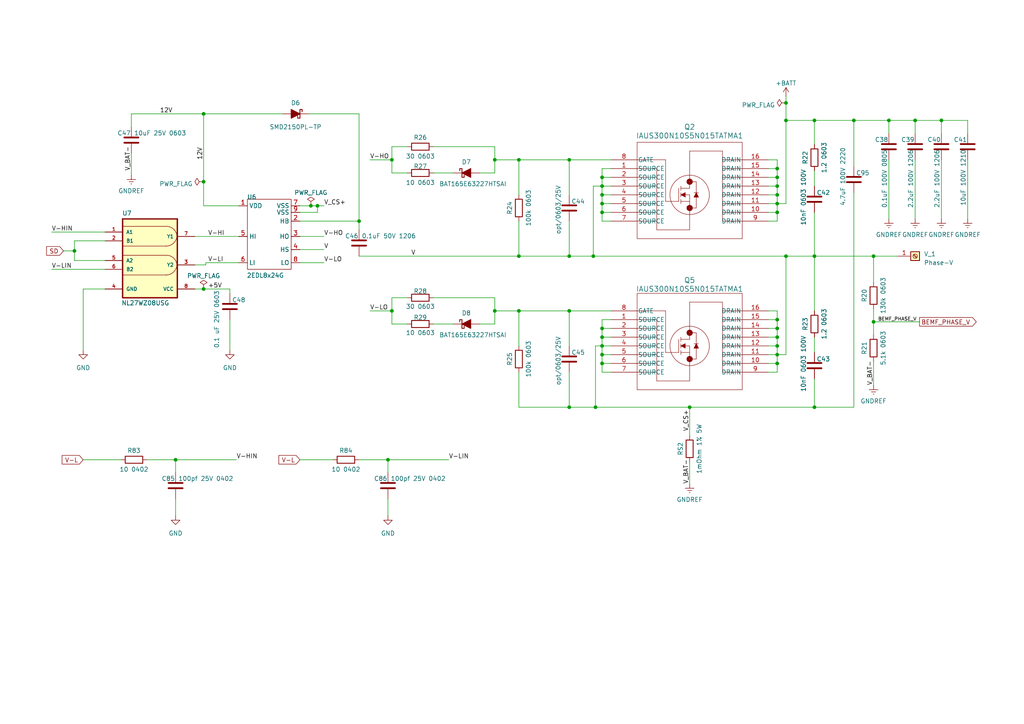
<source format=kicad_sch>
(kicad_sch (version 20231120) (generator "eeschema") (generator_version "8.0")
  (paper "A4")
  (lib_symbols
    (symbol "2EDL8124G:2EDL8124G"
      (property "Reference" "U3" (at -5.08 11.43 0))
      (property "Value" "2EDL8x24G" (at -1.143 -10.668 0))
      (symbol "2EDL8124G_0_1"
        (rectangle (start -6.35 10.795) (end 6.35 -9.525))
      )
      (symbol "2EDL8124G_1_1"
        (pin power_in line (at -8.89 8.89 0) (length 2.54) (name "VDD") (number "1"))
        (pin output line (at 8.89 4.445 180) (length 2.54) (name "HB") (number "2"))
        (pin output line (at 8.89 0 180) (length 2.54) (name "HO") (number "3"))
        (pin output line (at 8.89 -3.81 180) (length 2.54) (name "HS") (number "4"))
        (pin input line (at -8.89 0 0) (length 2.54) (name "HI") (number "5"))
        (pin input line (at -8.89 -7.62 0) (length 2.54) (name "LI") (number "6"))
        (pin power_in line (at 8.89 8.89 180) (length 2.54) (name "VSS") (number "7"))
        (pin output line (at 8.89 -7.62 180) (length 2.54) (name "LO") (number "8"))
        (pin power_in line (at 8.89 6.985 180) (length 2.54) (name "VSS") (number "9"))
      )
    )
    (symbol "Connector:Screw_Terminal_01x01" (pin_names (offset 1.016) hide)
      (property "Reference" "J" (at 0 2.54 0))
      (property "Value" "Screw_Terminal_01x01" (at 0 -2.54 0))
      (symbol "Screw_Terminal_01x01_1_1"
        (rectangle (start -1.27 1.27) (end 1.27 -1.27) (stroke (width 0.254)) (fill (type background)))
        (polyline (pts (xy -0.5334 0.3302) (xy 0.3302 -0.508)) (stroke (width 0.1524)))
        (polyline (pts (xy -0.3556 0.508) (xy 0.508 -0.3302)) (stroke (width 0.1524)))
        (circle (center 0 0) (radius 0.635) (stroke (width 0.1524)))
        (pin passive line (at -5.08 0 0) (length 3.81) (name "Pin_1") (number "1"))
      )
    )
    (symbol "Device:C" (pin_numbers hide) (pin_names (offset 0.254))
      (property "Reference" "C" (at 0.635 2.54 0))
      (property "Value" "C" (at 0.635 -2.54 0))
      (symbol "C_0_1"
        (polyline (pts (xy -2.032 -0.762) (xy 2.032 -0.762)) (stroke (width 0.508)))
        (polyline (pts (xy -2.032 0.762) (xy 2.032 0.762)) (stroke (width 0.508)))
      )
      (symbol "C_1_1"
        (pin passive line (at 0 3.81 270) (length 2.794) (name "~") (number "1"))
        (pin passive line (at 0 -3.81 90) (length 2.794) (name "~") (number "2"))
      )
    )
    (symbol "Device:D_Schottky_Filled" (pin_numbers hide) (pin_names (offset 1.016) hide)
      (property "Reference" "D" (at 0 2.54 0))
      (property "Value" "D_Schottky_Filled" (at 0 -2.54 0))
      (symbol "D_Schottky_Filled_0_1"
        (polyline (pts (xy 1.27 0) (xy -1.27 0)))
        (polyline (pts (xy 1.27 1.27) (xy 1.27 -1.27) (xy -1.27 0) (xy 1.27 1.27)) (stroke (width 0.254)) (fill (type outline)))
        (polyline (pts (xy -1.905 0.635) (xy -1.905 1.27) (xy -1.27 1.27) (xy -1.27 -1.27) (xy -0.635 -1.27) (xy -0.635 -0.635)) (stroke (width 0.254)))
      )
      (symbol "D_Schottky_Filled_1_1"
        (pin passive line (at -3.81 0 0) (length 2.54) (name "K") (number "1"))
        (pin passive line (at 3.81 0 180) (length 2.54) (name "A") (number "2"))
      )
    )
    (symbol "Device:R" (pin_numbers hide) (pin_names (offset 0))
      (property "Reference" "R" (at 2.032 0 90))
      (property "Value" "R" (at 0 0 90))
      (symbol "R_0_1"
        (rectangle (start -1.016 -2.54) (end 1.016 2.54) (stroke (width 0.254)))
      )
      (symbol "R_1_1"
        (pin passive line (at 0 3.81 270) (length 1.27) (name "~") (number "1"))
        (pin passive line (at 0 -3.81 90) (length 1.27) (name "~") (number "2"))
      )
    )
    (symbol "IAUS300N10S5N015T:IAUS300N10S5N015TATMA1" (pin_names (offset 0.254))
      (property "Reference" "Q1" (at 22.86 12.065 0))
      (property "Value" "IAUS300N10S5N015TATMA1" (at 22.86 9.525 0))
      (symbol "IAUS300N10S5N015TATMA1_0_1"
        (polyline (pts (xy 7.62 -20.32) (xy 38.1 -20.32)) (stroke (width 0.127)))
        (polyline (pts (xy 7.62 -12.7) (xy 13.335 -12.7)) (stroke (width 0.127)))
        (polyline (pts (xy 7.62 -10.16) (xy 13.335 -10.16)) (stroke (width 0.127)))
        (polyline (pts (xy 7.62 -7.62) (xy 13.335 -7.62)) (stroke (width 0.127)))
        (polyline (pts (xy 7.62 -5.08) (xy 13.335 -5.08)) (stroke (width 0.127)))
        (polyline (pts (xy 7.62 -2.54) (xy 13.335 -2.54)) (stroke (width 0.127)))
        (polyline (pts (xy 7.62 0) (xy 13.335 0)) (stroke (width 0.127)))
        (polyline (pts (xy 7.62 2.54) (xy 15.875 2.54)) (stroke (width 0.127)))
        (polyline (pts (xy 7.62 7.62) (xy 7.62 -20.32)) (stroke (width 0.127)))
        (polyline (pts (xy 13.335 -17.78) (xy 22.86 -17.78)) (stroke (width 0.127)))
        (polyline (pts (xy 13.335 -15.24) (xy 7.62 -15.24)) (stroke (width 0.127)))
        (polyline (pts (xy 13.335 0) (xy 13.335 -17.78)) (stroke (width 0.127)))
        (polyline (pts (xy 15.875 -9.525) (xy 15.875 2.54)) (stroke (width 0.127)))
        (polyline (pts (xy 19.685 -9.525) (xy 15.875 -9.525)) (stroke (width 0.127)))
        (polyline (pts (xy 19.685 -5.715) (xy 19.685 -9.525)) (stroke (width 0.127)))
        (polyline (pts (xy 20.32 -9.525) (xy 22.86 -9.525)) (stroke (width 0.127)))
        (polyline (pts (xy 20.32 -8.89) (xy 20.32 -10.16)) (stroke (width 0.127)))
        (polyline (pts (xy 20.32 -7.62) (xy 21.59 -8.255)) (stroke (width 0.127)))
        (polyline (pts (xy 20.32 -7.62) (xy 21.59 -6.985)) (stroke (width 0.127)))
        (polyline (pts (xy 20.32 -6.985) (xy 20.32 -8.255)) (stroke (width 0.127)))
        (polyline (pts (xy 20.32 -6.35) (xy 20.32 -5.08)) (stroke (width 0.127)))
        (polyline (pts (xy 20.32 -5.715) (xy 22.86 -5.715)) (stroke (width 0.127)))
        (polyline (pts (xy 21.59 -6.985) (xy 21.59 -8.255)) (stroke (width 0.127)))
        (polyline (pts (xy 22.86 -11.43) (xy 24.765 -11.43)) (stroke (width 0.127)))
        (polyline (pts (xy 22.86 -7.62) (xy 20.32 -7.62)) (stroke (width 0.127)))
        (polyline (pts (xy 22.86 -7.62) (xy 22.86 -17.78)) (stroke (width 0.127)))
        (polyline (pts (xy 22.86 -5.715) (xy 22.86 5.08)) (stroke (width 0.127)))
        (polyline (pts (xy 22.86 -3.81) (xy 24.765 -3.81)) (stroke (width 0.127)))
        (polyline (pts (xy 24.13 -8.255) (xy 25.4 -8.255)) (stroke (width 0.127)))
        (polyline (pts (xy 24.13 -6.985) (xy 25.4 -6.985)) (stroke (width 0.127)))
        (polyline (pts (xy 24.765 -11.43) (xy 24.765 -3.81)) (stroke (width 0.127)))
        (polyline (pts (xy 24.765 -6.985) (xy 24.13 -8.255)) (stroke (width 0.127)))
        (polyline (pts (xy 24.765 -6.985) (xy 25.4 -8.255)) (stroke (width 0.127)))
        (polyline (pts (xy 32.385 -15.24) (xy 32.385 5.08)) (stroke (width 0.127)))
        (polyline (pts (xy 32.385 5.08) (xy 22.86 5.08)) (stroke (width 0.127)))
        (polyline (pts (xy 38.1 -20.32) (xy 38.1 7.62)) (stroke (width 0.127)))
        (polyline (pts (xy 38.1 -15.24) (xy 32.385 -15.24)) (stroke (width 0.127)))
        (polyline (pts (xy 38.1 -12.7) (xy 32.385 -12.7)) (stroke (width 0.127)))
        (polyline (pts (xy 38.1 -10.16) (xy 32.385 -10.16)) (stroke (width 0.127)))
        (polyline (pts (xy 38.1 -7.62) (xy 32.385 -7.62)) (stroke (width 0.127)))
        (polyline (pts (xy 38.1 -5.08) (xy 32.385 -5.08)) (stroke (width 0.127)))
        (polyline (pts (xy 38.1 -2.54) (xy 32.385 -2.54)) (stroke (width 0.127)))
        (polyline (pts (xy 38.1 0) (xy 32.385 0)) (stroke (width 0.127)))
        (polyline (pts (xy 38.1 2.54) (xy 32.385 2.54)) (stroke (width 0.127)))
        (polyline (pts (xy 38.1 7.62) (xy 7.62 7.62)) (stroke (width 0.127)))
        (polyline (pts (xy 20.32 -7.62) (xy 21.59 -6.985) (xy 21.59 -8.255)) (fill (type outline)))
        (polyline (pts (xy 24.13 -8.255) (xy 25.4 -8.255) (xy 24.765 -6.985)) (fill (type outline)))
        (circle (center 22.86 -11.43) (radius 0.127) (stroke (width 0.762)))
        (circle (center 22.86 -7.62) (radius 5.715) (stroke (width 0.127)))
        (circle (center 22.86 -3.81) (radius 0.127) (stroke (width 0.762)))
        (pin passive line (at 0 0 0) (length 7.62) (name "SOURCE") (number "1"))
        (pin passive line (at 45.72 -12.7 180) (length 7.62) (name "DRAIN") (number "10"))
        (pin passive line (at 45.72 -10.16 180) (length 7.62) (name "DRAIN") (number "11"))
        (pin passive line (at 45.72 -7.62 180) (length 7.62) (name "DRAIN") (number "12"))
        (pin passive line (at 45.72 -5.08 180) (length 7.62) (name "DRAIN") (number "13"))
        (pin passive line (at 45.72 -2.54 180) (length 7.62) (name "DRAIN") (number "14"))
        (pin passive line (at 45.72 0 180) (length 7.62) (name "DRAIN") (number "15"))
        (pin passive line (at 45.72 2.54 180) (length 7.62) (name "DRAIN") (number "16"))
        (pin passive line (at 0 -2.54 0) (length 7.62) (name "SOURCE") (number "2"))
        (pin passive line (at 0 -5.08 0) (length 7.62) (name "SOURCE") (number "3"))
        (pin passive line (at 0 -7.62 0) (length 7.62) (name "SOURCE") (number "4"))
        (pin passive line (at 0 -10.16 0) (length 7.62) (name "SOURCE") (number "5"))
        (pin passive line (at 0 -12.7 0) (length 7.62) (name "SOURCE") (number "6"))
        (pin passive line (at 0 -15.24 0) (length 7.62) (name "SOURCE") (number "7"))
        (pin input line (at 0 2.54 0) (length 7.62) (name "GATE") (number "8"))
        (pin passive line (at 45.72 -15.24 180) (length 7.62) (name "DRAIN") (number "9"))
      )
    )
    (symbol "IAUS300N10S5N015TATMA1_1" (pin_names (offset 0.254))
      (property "Reference" "Q4" (at 22.86 11.43 0))
      (property "Value" "IAUS300N10S5N015TATMA1" (at 22.86 8.89 0))
      (symbol "IAUS300N10S5N015TATMA1_1_0_1"
        (polyline (pts (xy 7.62 -20.32) (xy 38.1 -20.32)) (stroke (width 0.127)))
        (polyline (pts (xy 7.62 -12.7) (xy 13.335 -12.7)) (stroke (width 0.127)))
        (polyline (pts (xy 7.62 -10.16) (xy 13.335 -10.16)) (stroke (width 0.127)))
        (polyline (pts (xy 7.62 -7.62) (xy 13.335 -7.62)) (stroke (width 0.127)))
        (polyline (pts (xy 7.62 -5.08) (xy 13.335 -5.08)) (stroke (width 0.127)))
        (polyline (pts (xy 7.62 -2.54) (xy 13.335 -2.54)) (stroke (width 0.127)))
        (polyline (pts (xy 7.62 0) (xy 13.335 0)) (stroke (width 0.127)))
        (polyline (pts (xy 7.62 2.54) (xy 15.875 2.54)) (stroke (width 0.127)))
        (polyline (pts (xy 7.62 7.62) (xy 7.62 -20.32)) (stroke (width 0.127)))
        (polyline (pts (xy 13.335 -17.78) (xy 22.86 -17.78)) (stroke (width 0.127)))
        (polyline (pts (xy 13.335 -15.24) (xy 7.62 -15.24)) (stroke (width 0.127)))
        (polyline (pts (xy 13.335 0) (xy 13.335 -17.78)) (stroke (width 0.127)))
        (polyline (pts (xy 15.875 -9.525) (xy 15.875 2.54)) (stroke (width 0.127)))
        (polyline (pts (xy 19.685 -9.525) (xy 15.875 -9.525)) (stroke (width 0.127)))
        (polyline (pts (xy 19.685 -5.715) (xy 19.685 -9.525)) (stroke (width 0.127)))
        (polyline (pts (xy 20.32 -9.525) (xy 22.86 -9.525)) (stroke (width 0.127)))
        (polyline (pts (xy 20.32 -8.89) (xy 20.32 -10.16)) (stroke (width 0.127)))
        (polyline (pts (xy 20.32 -7.62) (xy 21.59 -8.255)) (stroke (width 0.127)))
        (polyline (pts (xy 20.32 -7.62) (xy 21.59 -6.985)) (stroke (width 0.127)))
        (polyline (pts (xy 20.32 -6.985) (xy 20.32 -8.255)) (stroke (width 0.127)))
        (polyline (pts (xy 20.32 -6.35) (xy 20.32 -5.08)) (stroke (width 0.127)))
        (polyline (pts (xy 20.32 -5.715) (xy 22.86 -5.715)) (stroke (width 0.127)))
        (polyline (pts (xy 21.59 -6.985) (xy 21.59 -8.255)) (stroke (width 0.127)))
        (polyline (pts (xy 22.86 -11.43) (xy 24.765 -11.43)) (stroke (width 0.127)))
        (polyline (pts (xy 22.86 -7.62) (xy 20.32 -7.62)) (stroke (width 0.127)))
        (polyline (pts (xy 22.86 -7.62) (xy 22.86 -17.78)) (stroke (width 0.127)))
        (polyline (pts (xy 22.86 -5.715) (xy 22.86 5.08)) (stroke (width 0.127)))
        (polyline (pts (xy 22.86 -3.81) (xy 24.765 -3.81)) (stroke (width 0.127)))
        (polyline (pts (xy 24.13 -8.255) (xy 25.4 -8.255)) (stroke (width 0.127)))
        (polyline (pts (xy 24.13 -6.985) (xy 25.4 -6.985)) (stroke (width 0.127)))
        (polyline (pts (xy 24.765 -11.43) (xy 24.765 -3.81)) (stroke (width 0.127)))
        (polyline (pts (xy 24.765 -6.985) (xy 24.13 -8.255)) (stroke (width 0.127)))
        (polyline (pts (xy 24.765 -6.985) (xy 25.4 -8.255)) (stroke (width 0.127)))
        (polyline (pts (xy 32.385 -15.24) (xy 32.385 5.08)) (stroke (width 0.127)))
        (polyline (pts (xy 32.385 5.08) (xy 22.86 5.08)) (stroke (width 0.127)))
        (polyline (pts (xy 38.1 -20.32) (xy 38.1 7.62)) (stroke (width 0.127)))
        (polyline (pts (xy 38.1 -15.24) (xy 32.385 -15.24)) (stroke (width 0.127)))
        (polyline (pts (xy 38.1 -12.7) (xy 32.385 -12.7)) (stroke (width 0.127)))
        (polyline (pts (xy 38.1 -10.16) (xy 32.385 -10.16)) (stroke (width 0.127)))
        (polyline (pts (xy 38.1 -7.62) (xy 32.385 -7.62)) (stroke (width 0.127)))
        (polyline (pts (xy 38.1 -5.08) (xy 32.385 -5.08)) (stroke (width 0.127)))
        (polyline (pts (xy 38.1 -2.54) (xy 32.385 -2.54)) (stroke (width 0.127)))
        (polyline (pts (xy 38.1 0) (xy 32.385 0)) (stroke (width 0.127)))
        (polyline (pts (xy 38.1 2.54) (xy 32.385 2.54)) (stroke (width 0.127)))
        (polyline (pts (xy 38.1 7.62) (xy 7.62 7.62)) (stroke (width 0.127)))
        (polyline (pts (xy 20.32 -7.62) (xy 21.59 -6.985) (xy 21.59 -8.255)) (fill (type outline)))
        (polyline (pts (xy 24.13 -8.255) (xy 25.4 -8.255) (xy 24.765 -6.985)) (fill (type outline)))
        (circle (center 22.86 -11.43) (radius 0.127) (stroke (width 0.762)))
        (circle (center 22.86 -7.62) (radius 5.715) (stroke (width 0.127)))
        (circle (center 22.86 -3.81) (radius 0.127) (stroke (width 0.762)))
        (pin passive line (at 0 0 0) (length 7.62) (name "SOURCE") (number "1"))
        (pin passive line (at 45.72 -12.7 180) (length 7.62) (name "DRAIN") (number "10"))
        (pin passive line (at 45.72 -10.16 180) (length 7.62) (name "DRAIN") (number "11"))
        (pin passive line (at 45.72 -7.62 180) (length 7.62) (name "DRAIN") (number "12"))
        (pin passive line (at 45.72 -5.08 180) (length 7.62) (name "DRAIN") (number "13"))
        (pin passive line (at 45.72 -2.54 180) (length 7.62) (name "DRAIN") (number "14"))
        (pin passive line (at 45.72 0 180) (length 7.62) (name "DRAIN") (number "15"))
        (pin passive line (at 45.72 2.54 180) (length 7.62) (name "DRAIN") (number "16"))
        (pin passive line (at 0 -2.54 0) (length 7.62) (name "SOURCE") (number "2"))
        (pin passive line (at 0 -5.08 0) (length 7.62) (name "SOURCE") (number "3"))
        (pin passive line (at 0 -7.62 0) (length 7.62) (name "SOURCE") (number "4"))
        (pin passive line (at 0 -10.16 0) (length 7.62) (name "SOURCE") (number "5"))
        (pin passive line (at 0 -12.7 0) (length 7.62) (name "SOURCE") (number "6"))
        (pin passive line (at 0 -15.24 0) (length 7.62) (name "SOURCE") (number "7"))
        (pin input line (at 0 2.54 0) (length 7.62) (name "GATE") (number "8"))
        (pin passive line (at 45.72 -15.24 180) (length 7.62) (name "DRAIN") (number "9"))
      )
    )
    (symbol "NL27WZ08USG:NL27WZ08USG" (pin_names (offset 1.016))
      (property "Reference" "U4" (at -6.35 13.081 0))
      (property "Value" "NL27WZ08USG" (at -1.016 -12.954 0))
      (symbol "NL27WZ08USG_0_0"
        (rectangle (start -7.62 11.43) (end 8.255 -11.43) (stroke (width 0.4064)) (fill (type background)))
        (pin input line (at -12.7 7.62 0) (length 5.08) (name "A1") (number "1"))
        (pin input line (at -12.7 5.08 0) (length 5.08) (name "B1") (number "2"))
        (pin output line (at 13.335 -1.905 180) (length 5.08) (name "Y2") (number "3"))
        (pin power_in line (at -12.7 -8.89 0) (length 5.08) (name "GND") (number "4"))
        (pin input line (at -12.7 -0.635 0) (length 5.08) (name "A2") (number "5"))
        (pin input line (at -12.7 -3.175 0) (length 5.08) (name "B2") (number "6"))
        (pin output line (at 13.335 6.35 180) (length 5.08) (name "Y1") (number "7"))
        (pin power_in line (at 13.335 -8.89 180) (length 5.08) (name "VCC") (number "8"))
      )
      (symbol "NL27WZ08USG_0_1"
        (polyline (pts (xy -7.62 -4.826) (xy 5.08 -4.826)))
        (polyline (pts (xy -7.62 0.889) (xy 5.08 0.889)))
        (polyline (pts (xy -7.62 3.556) (xy 5.08 3.556)))
        (polyline (pts (xy -7.62 9.271) (xy 5.08 9.271)))
        (arc (start 4.9529 -4.8259) (mid 7.1715 -3.9594) (end 8.128 -1.778))
        (arc (start 4.9529 3.5561) (mid 7.1716 4.4226) (end 8.128 6.604))
        (arc (start 8.128 -2.032) (mid 7.2054 0.056) (end 5.08 0.889))
        (arc (start 8.128 6.35) (mid 7.2054 8.438) (end 5.08 9.271))
      )
    )
    (symbol "power:+BATT" (power) (pin_names (offset 0))
      (property "Value" "+BATT" (at 0 3.556 0))
      (symbol "+BATT_0_1"
        (polyline (pts (xy -0.762 1.27) (xy 0 2.54)))
        (polyline (pts (xy 0 0) (xy 0 2.54)))
        (polyline (pts (xy 0 2.54) (xy 0.762 1.27)))
      )
      (symbol "+BATT_1_1"
        (pin power_in line (at 0 0 90) (length 0) hide (name "+BATT") (number "1"))
      )
    )
    (symbol "power:GND" (power) (pin_names (offset 0))
      (property "Value" "GND" (at 0 -3.81 0))
      (symbol "GND_0_1"
        (polyline (pts (xy 0 0) (xy 0 -1.27) (xy 1.27 -1.27) (xy 0 -2.54) (xy -1.27 -1.27) (xy 0 -1.27)))
      )
      (symbol "GND_1_1"
        (pin power_in line (at 0 0 270) (length 0) hide (name "GND") (number "1"))
      )
    )
    (symbol "power:GNDREF" (power) (pin_names (offset 0))
      (property "Value" "GNDREF" (at 0 -3.81 0))
      (symbol "GNDREF_0_1"
        (polyline (pts (xy -0.635 -1.905) (xy 0.635 -1.905)))
        (polyline (pts (xy -0.127 -2.54) (xy 0.127 -2.54)))
        (polyline (pts (xy 0 -1.27) (xy 0 0)))
        (polyline (pts (xy 1.27 -1.27) (xy -1.27 -1.27)))
      )
      (symbol "GNDREF_1_1"
        (pin power_in line (at 0 0 270) (length 0) hide (name "GNDREF") (number "1"))
      )
    )
    (symbol "power:PWR_FLAG" (power) (pin_numbers hide) (pin_names (offset 0) hide)
      (property "Value" "PWR_FLAG" (at 0 3.81 0))
      (symbol "PWR_FLAG_0_0"
        (pin power_out line (at 0 0 90) (length 0) (name "pwr") (number "1"))
      )
      (symbol "PWR_FLAG_0_1"
        (polyline (pts (xy 0 0) (xy 0 1.27) (xy -1.016 1.905) (xy 0 2.54) (xy 1.016 1.905) (xy 0 1.27)))
      )
    )
  )
  (junction (at 253.365 74.295))
  (junction (at 165.1 74.295))
  (junction (at 165.1 46.355))
  (junction (at 253.365 93.345))
  (junction (at 225.425 97.79))
  (junction (at 59.055 83.82))
  (junction (at 225.425 56.515))
  (junction (at 225.425 100.33))
  (junction (at 174.625 100.33))
  (junction (at 174.625 105.41))
  (junction (at 273.05 34.925))
  (junction (at 257.81 34.925))
  (junction (at 174.625 102.87))
  (junction (at 225.425 95.25))
  (junction (at 150.495 90.17))
  (junction (at 227.965 74.295))
  (junction (at 104.14 64.135))
  (junction (at 227.965 34.925))
  (junction (at 59.055 52.705))
  (junction (at 174.625 53.975))
  (junction (at 112.522 133.35))
  (junction (at 143.51 90.17))
  (junction (at 225.425 92.71))
  (junction (at 265.43 34.925))
  (junction (at 174.625 56.515))
  (junction (at 150.495 74.295))
  (junction (at 225.425 105.41))
  (junction (at 143.51 46.355))
  (junction (at 227.965 29.845))
  (junction (at 150.495 46.355))
  (junction (at 165.1 90.17))
  (junction (at 236.22 118.11))
  (junction (at 165.1 118.11))
  (junction (at 113.665 90.17))
  (junction (at 236.22 74.295))
  (junction (at 174.625 61.595))
  (junction (at 225.425 48.895))
  (junction (at 174.625 97.79))
  (junction (at 21.59 72.771))
  (junction (at 225.425 59.055))
  (junction (at 174.625 59.055))
  (junction (at 225.425 53.975))
  (junction (at 59.055 33.02))
  (junction (at 225.425 51.435))
  (junction (at 200.025 118.11))
  (junction (at 174.625 51.435))
  (junction (at 247.65 34.925))
  (junction (at 92.075 59.69))
  (junction (at 225.425 102.87))
  (junction (at 172.085 74.295))
  (junction (at 172.72 118.11))
  (junction (at 50.927 133.35))
  (junction (at 90.17 59.69))
  (junction (at 225.425 61.595))
  (junction (at 236.22 34.925))
  (junction (at 113.665 46.355))
  (junction (at 174.625 95.25))
  (wire (pts (xy 227.965 29.845) (xy 227.965 34.925)))
  (wire (pts (xy 21.59 72.771) (xy 21.59 75.565)))
  (wire (pts (xy 113.665 50.165) (xy 118.11 50.165)))
  (wire (pts (xy 225.425 100.33) (xy 225.425 102.87)))
  (wire (pts (xy 222.885 51.435) (xy 225.425 51.435)))
  (wire (pts (xy 104.14 33.02) (xy 104.14 64.135)))
  (wire (pts (xy 174.625 105.41) (xy 174.625 107.95)))
  (wire (pts (xy 113.665 93.98) (xy 118.11 93.98)))
  (wire (pts (xy 104.14 74.295) (xy 150.495 74.295)))
  (wire (pts (xy 174.625 59.055) (xy 177.165 59.055)))
  (wire (pts (xy 150.495 118.11) (xy 150.495 107.95)))
  (wire (pts (xy 59.055 33.02) (xy 59.055 52.705)))
  (wire (pts (xy 50.927 133.35) (xy 68.58 133.35)))
  (wire (pts (xy 14.986 78.105) (xy 30.48 78.105)))
  (wire (pts (xy 165.1 90.17) (xy 165.1 100.33)))
  (wire (pts (xy 257.81 38.735) (xy 257.81 34.925)))
  (wire (pts (xy 90.17 59.69) (xy 92.075 59.69)))
  (wire (pts (xy 174.625 56.515) (xy 177.165 56.515)))
  (wire (pts (xy 236.22 34.925) (xy 247.65 34.925)))
  (wire (pts (xy 143.51 42.545) (xy 125.73 42.545)))
  (wire (pts (xy 225.425 56.515) (xy 225.425 53.975)))
  (wire (pts (xy 253.365 89.535) (xy 253.365 93.345)))
  (wire (pts (xy 253.365 74.295) (xy 260.35 74.295)))
  (wire (pts (xy 174.625 59.055) (xy 174.625 61.595)))
  (wire (pts (xy 113.665 42.545) (xy 113.665 46.355)))
  (wire (pts (xy 112.522 133.35) (xy 112.522 137.033)))
  (wire (pts (xy 86.995 133.35) (xy 96.52 133.35)))
  (wire (pts (xy 257.81 34.925) (xy 265.43 34.925)))
  (wire (pts (xy 227.965 27.94) (xy 227.965 29.845)))
  (wire (pts (xy 174.625 100.33) (xy 177.165 100.33)))
  (wire (pts (xy 113.665 86.36) (xy 113.665 90.17)))
  (wire (pts (xy 222.885 90.17) (xy 225.425 90.17)))
  (wire (pts (xy 177.165 90.17) (xy 165.1 90.17)))
  (wire (pts (xy 143.51 86.36) (xy 143.51 90.17)))
  (wire (pts (xy 222.885 102.87) (xy 225.425 102.87)))
  (wire (pts (xy 143.51 86.36) (xy 125.73 86.36)))
  (wire (pts (xy 225.425 59.055) (xy 227.965 59.055)))
  (wire (pts (xy 125.73 93.98) (xy 131.445 93.98)))
  (wire (pts (xy 174.625 97.79) (xy 174.625 100.33)))
  (wire (pts (xy 225.425 90.17) (xy 225.425 92.71)))
  (wire (pts (xy 174.625 95.25) (xy 177.165 95.25)))
  (wire (pts (xy 56.515 83.82) (xy 59.055 83.82)))
  (wire (pts (xy 273.05 46.355) (xy 273.05 63.5)))
  (wire (pts (xy 107.315 46.355) (xy 113.665 46.355)))
  (wire (pts (xy 150.495 74.295) (xy 150.495 64.135)))
  (wire (pts (xy 21.59 69.85) (xy 21.59 72.771)))
  (wire (pts (xy 113.665 90.17) (xy 113.665 93.98)))
  (wire (pts (xy 227.965 74.295) (xy 236.22 74.295)))
  (wire (pts (xy 42.672 133.35) (xy 50.927 133.35)))
  (wire (pts (xy 265.43 38.735) (xy 265.43 34.925)))
  (wire (pts (xy 247.65 48.26) (xy 247.65 34.925)))
  (wire (pts (xy 236.22 118.11) (xy 200.025 118.11)))
  (wire (pts (xy 200.025 118.11) (xy 200.025 126.365)))
  (wire (pts (xy 227.965 34.925) (xy 227.965 59.055)))
  (wire (pts (xy 222.885 95.25) (xy 225.425 95.25)))
  (wire (pts (xy 222.885 100.33) (xy 225.425 100.33)))
  (wire (pts (xy 273.05 38.735) (xy 273.05 34.925)))
  (wire (pts (xy 236.22 74.295) (xy 236.22 90.17)))
  (wire (pts (xy 177.165 53.975) (xy 174.625 53.975)))
  (wire (pts (xy 265.43 34.925) (xy 273.05 34.925)))
  (wire (pts (xy 253.365 74.295) (xy 253.365 81.915)))
  (wire (pts (xy 280.67 46.355) (xy 280.67 63.5)))
  (wire (pts (xy 222.885 105.41) (xy 225.425 105.41)))
  (wire (pts (xy 247.65 118.11) (xy 236.22 118.11)))
  (wire (pts (xy 139.065 50.165) (xy 143.51 50.165)))
  (wire (pts (xy 225.425 46.355) (xy 222.885 46.355)))
  (wire (pts (xy 236.22 49.53) (xy 236.22 53.975)))
  (wire (pts (xy 165.1 118.11) (xy 172.72 118.11)))
  (wire (pts (xy 222.885 53.975) (xy 225.425 53.975)))
  (wire (pts (xy 143.51 90.17) (xy 150.495 90.17)))
  (wire (pts (xy 236.22 41.91) (xy 236.22 34.925)))
  (wire (pts (xy 59.055 52.705) (xy 59.055 59.69)))
  (wire (pts (xy 177.165 92.71) (xy 174.625 92.71)))
  (wire (pts (xy 104.14 64.135) (xy 104.14 66.675)))
  (wire (pts (xy 86.995 59.69) (xy 90.17 59.69)))
  (wire (pts (xy 174.625 102.87) (xy 177.165 102.87)))
  (wire (pts (xy 143.51 46.355) (xy 150.495 46.355)))
  (wire (pts (xy 59.055 59.69) (xy 69.215 59.69)))
  (wire (pts (xy 113.665 42.545) (xy 118.11 42.545)))
  (wire (pts (xy 86.995 76.2) (xy 93.98 76.2)))
  (wire (pts (xy 200.025 133.985) (xy 200.025 140.335)))
  (wire (pts (xy 253.365 93.345) (xy 253.365 97.155)))
  (wire (pts (xy 174.625 53.975) (xy 174.625 56.515)))
  (wire (pts (xy 143.51 50.165) (xy 143.51 46.355)))
  (wire (pts (xy 18.415 72.771) (xy 21.59 72.771)))
  (wire (pts (xy 174.625 53.975) (xy 172.085 53.975)))
  (wire (pts (xy 165.1 74.295) (xy 172.085 74.295)))
  (wire (pts (xy 165.1 118.11) (xy 150.495 118.11)))
  (wire (pts (xy 125.73 50.165) (xy 131.445 50.165)))
  (wire (pts (xy 222.885 97.79) (xy 225.425 97.79)))
  (wire (pts (xy 66.675 83.82) (xy 66.675 85.09)))
  (wire (pts (xy 222.885 64.135) (xy 225.425 64.135)))
  (wire (pts (xy 150.495 90.17) (xy 150.495 100.33)))
  (wire (pts (xy 236.22 97.79) (xy 236.22 102.235)))
  (wire (pts (xy 104.14 133.35) (xy 112.522 133.35)))
  (wire (pts (xy 225.425 51.435) (xy 225.425 48.895)))
  (wire (pts (xy 59.69 76.2) (xy 69.215 76.2)))
  (wire (pts (xy 165.1 46.355) (xy 150.495 46.355)))
  (wire (pts (xy 177.165 105.41) (xy 174.625 105.41)))
  (wire (pts (xy 50.927 133.35) (xy 50.927 137.033)))
  (wire (pts (xy 24.13 133.35) (xy 35.052 133.35)))
  (wire (pts (xy 225.425 59.055) (xy 225.425 56.515)))
  (wire (pts (xy 236.22 61.595) (xy 236.22 74.295)))
  (wire (pts (xy 112.522 133.35) (xy 130.175 133.35)))
  (wire (pts (xy 165.1 46.355) (xy 177.165 46.355)))
  (wire (pts (xy 107.315 90.17) (xy 113.665 90.17)))
  (wire (pts (xy 143.51 90.17) (xy 143.51 93.98)))
  (wire (pts (xy 174.625 107.95) (xy 177.165 107.95)))
  (wire (pts (xy 225.425 105.41) (xy 225.425 107.95)))
  (wire (pts (xy 30.48 83.82) (xy 24.13 83.82)))
  (wire (pts (xy 59.055 33.02) (xy 81.915 33.02)))
  (wire (pts (xy 38.1 33.02) (xy 38.1 36.83)))
  (wire (pts (xy 56.515 76.835) (xy 59.69 76.835)))
  (wire (pts (xy 113.665 46.355) (xy 113.665 50.165)))
  (wire (pts (xy 165.1 56.515) (xy 165.1 46.355)))
  (wire (pts (xy 236.22 74.295) (xy 253.365 74.295)))
  (wire (pts (xy 174.625 102.87) (xy 174.625 105.41)))
  (wire (pts (xy 14.986 67.31) (xy 30.48 67.31)))
  (wire (pts (xy 38.1 33.02) (xy 59.055 33.02)))
  (wire (pts (xy 165.1 74.295) (xy 150.495 74.295)))
  (wire (pts (xy 174.625 51.435) (xy 177.165 51.435)))
  (wire (pts (xy 225.425 53.975) (xy 225.425 51.435)))
  (wire (pts (xy 174.625 100.33) (xy 172.72 100.33)))
  (wire (pts (xy 225.425 97.79) (xy 225.425 100.33)))
  (wire (pts (xy 225.425 64.135) (xy 225.425 61.595)))
  (wire (pts (xy 174.625 61.595) (xy 174.625 64.135)))
  (wire (pts (xy 150.495 46.355) (xy 150.495 56.515)))
  (wire (pts (xy 86.995 68.58) (xy 93.98 68.58)))
  (wire (pts (xy 174.625 48.895) (xy 174.625 51.435)))
  (wire (pts (xy 225.425 95.25) (xy 225.425 97.79)))
  (wire (pts (xy 225.425 92.71) (xy 225.425 95.25)))
  (wire (pts (xy 222.885 59.055) (xy 225.425 59.055)))
  (wire (pts (xy 172.72 100.33) (xy 172.72 118.11)))
  (wire (pts (xy 265.43 46.355) (xy 265.43 63.5)))
  (wire (pts (xy 225.425 48.895) (xy 225.425 46.355)))
  (wire (pts (xy 172.72 118.11) (xy 200.025 118.11)))
  (wire (pts (xy 222.885 48.895) (xy 225.425 48.895)))
  (wire (pts (xy 227.965 74.295) (xy 227.965 102.87)))
  (wire (pts (xy 236.22 34.925) (xy 227.965 34.925)))
  (wire (pts (xy 257.81 63.5) (xy 257.81 46.355)))
  (wire (pts (xy 92.075 59.69) (xy 93.98 59.69)))
  (wire (pts (xy 280.67 38.735) (xy 280.67 34.925)))
  (wire (pts (xy 227.965 102.87) (xy 225.425 102.87)))
  (wire (pts (xy 174.625 61.595) (xy 177.165 61.595)))
  (wire (pts (xy 38.1 44.45) (xy 38.1 50.8)))
  (wire (pts (xy 165.1 90.17) (xy 150.495 90.17)))
  (wire (pts (xy 174.625 51.435) (xy 174.625 53.975)))
  (wire (pts (xy 174.625 97.79) (xy 177.165 97.79)))
  (wire (pts (xy 273.05 34.925) (xy 280.67 34.925)))
  (wire (pts (xy 174.625 100.33) (xy 174.625 102.87)))
  (wire (pts (xy 30.48 69.85) (xy 21.59 69.85)))
  (wire (pts (xy 165.1 107.95) (xy 165.1 118.11)))
  (wire (pts (xy 66.675 92.71) (xy 66.675 101.6)))
  (wire (pts (xy 86.995 64.135) (xy 104.14 64.135)))
  (wire (pts (xy 139.065 93.98) (xy 143.51 93.98)))
  (wire (pts (xy 225.425 107.95) (xy 222.885 107.95)))
  (wire (pts (xy 222.885 61.595) (xy 225.425 61.595)))
  (wire (pts (xy 86.995 72.39) (xy 93.98 72.39)))
  (wire (pts (xy 165.1 64.135) (xy 165.1 74.295)))
  (wire (pts (xy 104.14 33.02) (xy 89.535 33.02)))
  (wire (pts (xy 236.22 109.855) (xy 236.22 118.11)))
  (wire (pts (xy 174.625 56.515) (xy 174.625 59.055)))
  (wire (pts (xy 257.81 34.925) (xy 247.65 34.925)))
  (wire (pts (xy 59.055 83.82) (xy 66.675 83.82)))
  (wire (pts (xy 112.522 144.653) (xy 112.522 149.606)))
  (wire (pts (xy 92.075 59.69) (xy 92.075 61.595)))
  (wire (pts (xy 222.885 92.71) (xy 225.425 92.71)))
  (wire (pts (xy 225.425 102.87) (xy 225.425 105.41)))
  (wire (pts (xy 24.13 83.82) (xy 24.13 101.6)))
  (wire (pts (xy 172.085 74.295) (xy 227.965 74.295)))
  (wire (pts (xy 50.927 144.653) (xy 50.927 149.606)))
  (wire (pts (xy 113.665 86.36) (xy 118.11 86.36)))
  (wire (pts (xy 143.51 46.355) (xy 143.51 42.545)))
  (wire (pts (xy 86.995 61.595) (xy 92.075 61.595)))
  (wire (pts (xy 222.885 56.515) (xy 225.425 56.515)))
  (wire (pts (xy 172.085 53.975) (xy 172.085 74.295)))
  (wire (pts (xy 253.365 93.345) (xy 266.7 93.345)))
  (wire (pts (xy 21.59 75.565) (xy 30.48 75.565)))
  (wire (pts (xy 174.625 92.71) (xy 174.625 95.25)))
  (wire (pts (xy 247.65 55.88) (xy 247.65 118.11)))
  (wire (pts (xy 225.425 61.595) (xy 225.425 59.055)))
  (wire (pts (xy 177.165 48.895) (xy 174.625 48.895)))
  (wire (pts (xy 174.625 95.25) (xy 174.625 97.79)))
  (wire (pts (xy 56.515 68.58) (xy 69.215 68.58)))
  (wire (pts (xy 174.625 64.135) (xy 177.165 64.135)))
  (wire (pts (xy 59.69 76.2) (xy 59.69 76.835)))
  (wire (pts (xy 253.365 104.775) (xy 253.365 111.76)))
  (label "V-HI" (at 60.325 68.58 0))
  (label "BEMF_PHASE_V" (at 254.635 93.345 0) (effects (font (size 1 1))))
  (label "V" (at 93.98 72.39 0))
  (label "V-LIN" (at 14.986 78.105 0))
  (label "V-HO" (at 107.315 46.355 0))
  (label "V_BAT-" (at 38.1 49.53 90))
  (label "V" (at 119.253 74.295 0))
  (label "V_CS+" (at 200.025 125.095 90))
  (label "V-HIN" (at 14.986 67.31 0))
  (label "V-LI" (at 60.325 76.2 0))
  (label "V-HO" (at 93.98 68.58 0))
  (label "12V" (at 46.355 33.02 0))
  (label "V-HIN" (at 68.58 133.35 0))
  (label "V_CS+" (at 93.98 59.69 0))
  (label "+5V" (at 60.325 83.82 0))
  (label "V_BAT-" (at 253.365 111.76 90))
  (label "V-LO" (at 93.98 76.2 0))
  (label "V_BAT-" (at 200.025 140.335 90))
  (label "12V" (at 59.055 46.355 90))
  (label "V-LIN" (at 130.175 133.35 0))
  (label "V-LO" (at 107.315 90.17 0))
  (global_label "BEMF_PHASE_V" (shape output) (at 266.7 93.345 0) (property "Intersheetrefs" "${INTERSHEET_REFS}" (effects (hide yes))))
  (global_label "V-L" (shape input) (at 24.13 133.35 180) (property "Intersheetrefs" "${INTERSHEET_REFS}" (effects (hide yes))))
  (global_label "SD" (shape input) (at 18.415 72.771 180) (property "Intersheetrefs" "${INTERSHEET_REFS}" (effects (hide yes))))
  (global_label "V-L" (shape input) (at 86.995 133.35 180) (property "Intersheetrefs" "${INTERSHEET_REFS}" (effects (hide yes))))
  (symbol (lib_id "Device:D_Schottky_Filled") (at 85.725 33.02 0) (mirror y) (unit 1)
    (property "Reference" "D6" (at 85.725 29.845 0))
    (property "Value" "SMD2150PL-TP" (at 85.725 36.83 0))
  )
  (symbol (lib_id "power:GNDREF") (at 253.365 111.76 0) (unit 1)
    (property "Reference" "#PWR091" (effects (hide yes)))
    (property "Value" "GNDREF" (at 253.365 116.332 0))
  )
  (symbol (lib_name "IAUS300N10S5N015TATMA1_1") (lib_id "IAUS300N10S5N015T:IAUS300N10S5N015TATMA1") (at 177.165 92.71 0) (unit 1)
    (property "Reference" "Q5" (at 200.025 81.28 0) (effects (font (size 1.524 1.524))))
    (property "Value" "IAUS300N10S5N015TATMA1" (at 200.025 83.82 0) (effects (font (size 1.524 1.524))))
    (property "Footprint" "PG-HDSOP-16-2" (effects (hide yes)))
    (property "Datasheet" "IAUS300N10S5N015TATMA1" (effects (hide yes)))
  )
  (symbol (lib_id "Device:R") (at 150.495 104.14 180) (unit 1)
    (property "Reference" "R25" (at 147.828 104.14 90))
    (property "Value" "100k 0603" (at 153.289 104.14 90))
  )
  (symbol (lib_id "Device:R") (at 38.862 133.35 90) (unit 1)
    (property "Reference" "R83" (at 38.862 130.683 90))
    (property "Value" "10 0402" (at 38.862 136.144 90))
  )
  (symbol (lib_id "Device:C") (at 236.22 106.045 0) (unit 1)
    (property "Reference" "C43" (at 236.855 104.14 0) (effects (justify left)))
    (property "Value" "10nF 0603 100V" (at 233.045 113.665 90) (effects (justify left)))
  )
  (symbol (lib_id "power:GNDREF") (at 257.81 63.5 0) (unit 1)
    (property "Reference" "#PWR092" (effects (hide yes)))
    (property "Value" "GNDREF" (at 257.81 68.072 0))
  )
  (symbol (lib_id "Device:R") (at 121.92 42.545 90) (unit 1)
    (property "Reference" "R26" (at 121.92 39.878 90))
    (property "Value" "30 0603" (at 121.92 45.339 90))
  )
  (symbol (lib_id "Device:C") (at 38.1 40.64 0) (unit 1)
    (property "Reference" "C47" (at 34.036 38.608 0) (effects (justify left)))
    (property "Value" "10uF 25V 0603" (at 38.862 38.608 0) (effects (justify left)))
  )
  (symbol (lib_id "Device:R") (at 200.025 130.175 180) (unit 1)
    (property "Reference" "RS2" (at 197.358 130.175 90))
    (property "Value" "1mOhm 1% 5W" (at 202.819 130.175 90))
  )
  (symbol (lib_id "power:GNDREF") (at 265.43 63.5 0) (unit 1)
    (property "Reference" "#PWR093" (effects (hide yes)))
    (property "Value" "GNDREF" (at 265.43 68.072 0))
  )
  (symbol (lib_id "Device:C") (at 236.22 57.785 0) (unit 1)
    (property "Reference" "C42" (at 236.855 55.88 0) (effects (justify left)))
    (property "Value" "10nF 0603 100V" (at 233.045 65.405 90) (effects (justify left)))
  )
  (symbol (lib_id "power:PWR_FLAG") (at 90.17 59.69 0) (unit 1)
    (property "Reference" "#FLG020" (effects (hide yes)))
    (property "Value" "PWR_FLAG" (at 90.17 55.88 0))
  )
  (symbol (lib_id "Connector:Screw_Terminal_01x01") (at 265.43 74.295 0) (unit 1)
    (property "Reference" "V_1" (at 267.97 73.66 0) (effects (justify left)))
    (property "Value" "Phase-V" (at 267.97 76.2 0) (effects (justify left)))
  )
  (symbol (lib_id "Device:C") (at 247.65 52.07 0) (unit 1)
    (property "Reference" "C95" (at 248.285 50.165 0) (effects (justify left)))
    (property "Value" "4.7uF 100V 2220" (at 244.475 59.69 90) (effects (justify left)))
  )
  (symbol (lib_id "power:PWR_FLAG") (at 59.055 52.705 90) (unit 1)
    (property "Reference" "#FLG018" (effects (hide yes)))
    (property "Value" "PWR_FLAG" (at 55.88 53.34 90) (effects (justify left)))
  )
  (symbol (lib_id "power:GNDREF") (at 38.1 50.8 0) (unit 1)
    (property "Reference" "#PWR085" (effects (hide yes)))
    (property "Value" "GNDREF" (at 38.1 55.372 0))
  )
  (symbol (lib_id "Device:R") (at 121.92 86.36 90) (unit 1)
    (property "Reference" "R28" (at 121.92 84.455 90))
    (property "Value" "30 0603" (at 121.92 88.9 90))
  )
  (symbol (lib_id "Device:C") (at 112.522 140.843 0) (unit 1)
    (property "Reference" "C86" (at 108.458 138.811 0) (effects (justify left)))
    (property "Value" "100pf 25V 0402" (at 113.284 138.811 0) (effects (justify left)))
  )
  (symbol (lib_id "Device:R") (at 253.365 85.725 180) (unit 1)
    (property "Reference" "R20" (at 250.698 85.725 90))
    (property "Value" "130k 0603" (at 256.159 85.725 90))
  )
  (symbol (lib_id "IAUS300N10S5N015T:IAUS300N10S5N015TATMA1") (at 177.165 48.895 0) (unit 1)
    (property "Reference" "Q2" (at 200.025 36.83 0) (effects (font (size 1.524 1.524))))
    (property "Value" "IAUS300N10S5N015TATMA1" (at 200.025 39.37 0) (effects (font (size 1.524 1.524))))
    (property "Footprint" "PG-HDSOP-16-2" (effects (hide yes)))
    (property "Datasheet" "IAUS300N10S5N015TATMA1" (effects (hide yes)))
  )
  (symbol (lib_id "Device:C") (at 104.14 70.485 0) (unit 1)
    (property "Reference" "C46" (at 100.076 68.453 0) (effects (justify left)))
    (property "Value" "0.1uF 50V 1206" (at 104.902 68.453 0) (effects (justify left)))
  )
  (symbol (lib_id "Device:C") (at 280.67 42.545 0) (unit 1)
    (property "Reference" "C41" (at 276.606 40.513 0) (effects (justify left)))
    (property "Value" "10uF 100V 1210" (at 279.4 59.69 90) (effects (justify left)))
  )
  (symbol (lib_id "power:GND") (at 50.927 149.606 0) (unit 1)
    (property "Reference" "#PWR086" (effects (hide yes)))
    (property "Value" "GND" (at 50.927 154.686 0))
  )
  (symbol (lib_id "power:PWR_FLAG") (at 227.965 29.845 90) (unit 1)
    (property "Reference" "#FLG021" (effects (hide yes)))
    (property "Value" "PWR_FLAG" (at 224.79 30.48 90) (effects (justify left)))
  )
  (symbol (lib_id "power:GND") (at 112.522 149.606 0) (unit 1)
    (property "Reference" "#PWR088" (effects (hide yes)))
    (property "Value" "GND" (at 112.522 154.686 0))
  )
  (symbol (lib_id "Device:R") (at 253.365 100.965 180) (unit 1)
    (property "Reference" "R21" (at 250.698 100.965 90))
    (property "Value" "5.1k 0603" (at 256.159 100.965 90))
  )
  (symbol (lib_id "Device:D_Schottky_Filled") (at 135.255 93.98 0) (unit 1)
    (property "Reference" "D8" (at 135.255 90.805 0))
    (property "Value" "BAT165E63227HTSAI" (at 137.16 97.155 0))
  )
  (symbol (lib_id "power:GND") (at 24.13 101.6 0) (unit 1)
    (property "Reference" "#PWR084" (effects (hide yes)))
    (property "Value" "GND" (at 24.13 106.68 0))
  )
  (symbol (lib_id "Device:R") (at 121.92 93.98 90) (unit 1)
    (property "Reference" "R29" (at 121.92 92.075 90))
    (property "Value" "10 0603" (at 121.92 96.52 90))
  )
  (symbol (lib_id "power:GNDREF") (at 200.025 140.335 0) (unit 1)
    (property "Reference" "#PWR089" (effects (hide yes)))
    (property "Value" "GNDREF" (at 200.025 144.907 0))
  )
  (symbol (lib_id "Device:C") (at 257.81 42.545 0) (unit 1)
    (property "Reference" "C38" (at 253.746 40.513 0) (effects (justify left)))
    (property "Value" "0.1uF 100V 0805" (at 256.54 60.325 90) (effects (justify left)))
  )
  (symbol (lib_id "Device:C") (at 66.675 88.9 0) (unit 1)
    (property "Reference" "C48" (at 67.31 86.995 0) (effects (justify left)))
    (property "Value" "0.1 uF 25V 0603" (at 62.865 100.965 90) (effects (justify left)))
  )
  (symbol (lib_id "power:GNDREF") (at 280.67 63.5 0) (unit 1)
    (property "Reference" "#PWR095" (effects (hide yes)))
    (property "Value" "GNDREF" (at 280.67 68.072 0))
  )
  (symbol (lib_id "2EDL8124G:2EDL8124G") (at 78.105 68.58 0) (unit 1)
    (property "Reference" "U6" (at 73.025 57.15 0))
    (property "Value" "2EDL8x24G" (at 76.962 79.883 0))
  )
  (symbol (lib_id "Device:C") (at 265.43 42.545 0) (unit 1)
    (property "Reference" "C39" (at 261.366 40.513 0) (effects (justify left)))
    (property "Value" "2.2uF 100V 1206" (at 264.16 60.325 90) (effects (justify left)))
  )
  (symbol (lib_id "power:PWR_FLAG") (at 59.055 83.82 0) (unit 1)
    (property "Reference" "#FLG019" (effects (hide yes)))
    (property "Value" "PWR_FLAG" (at 59.055 80.01 0))
  )
  (symbol (lib_id "power:+BATT") (at 227.965 27.94 0) (unit 1)
    (property "Reference" "#PWR090" (effects (hide yes)))
    (property "Value" "+BATT" (at 227.965 24.13 0))
  )
  (symbol (lib_id "power:GNDREF") (at 273.05 63.5 0) (unit 1)
    (property "Reference" "#PWR094" (effects (hide yes)))
    (property "Value" "GNDREF" (at 273.05 68.072 0))
  )
  (symbol (lib_id "Device:C") (at 50.927 140.843 0) (unit 1)
    (property "Reference" "C85" (at 46.863 138.811 0) (effects (justify left)))
    (property "Value" "100pf 25V 0402" (at 51.689 138.811 0) (effects (justify left)))
  )
  (symbol (lib_id "Device:R") (at 150.495 60.325 180) (unit 1)
    (property "Reference" "R24" (at 147.828 60.325 90))
    (property "Value" "100k 0603" (at 153.289 60.325 90))
  )
  (symbol (lib_id "Device:R") (at 236.22 93.98 180) (unit 1)
    (property "Reference" "R23" (at 233.553 93.98 90))
    (property "Value" "1.2 0603" (at 239.014 93.98 90))
  )
  (symbol (lib_id "Device:R") (at 121.92 50.165 90) (unit 1)
    (property "Reference" "R27" (at 121.92 48.26 90))
    (property "Value" "10 0603" (at 121.92 52.959 90))
  )
  (symbol (lib_id "Device:R") (at 100.33 133.35 90) (unit 1)
    (property "Reference" "R84" (at 100.33 130.683 90))
    (property "Value" "10 0402" (at 100.33 136.144 90))
  )
  (symbol (lib_id "Device:C") (at 165.1 60.325 0) (unit 1)
    (property "Reference" "C44" (at 165.735 58.42 0) (effects (justify left)))
    (property "Value" "opt/0603/25V" (at 161.925 67.945 90) (effects (justify left)))
  )
  (symbol (lib_id "Device:R") (at 236.22 45.72 180) (unit 1)
    (property "Reference" "R22" (at 233.553 45.72 90))
    (property "Value" "1.2 0603" (at 239.014 45.72 90))
  )
  (symbol (lib_id "Device:C") (at 165.1 104.14 0) (unit 1)
    (property "Reference" "C45" (at 165.735 102.235 0) (effects (justify left)))
    (property "Value" "opt/0603/25V" (at 161.925 111.76 90) (effects (justify left)))
  )
  (symbol (lib_id "Device:C") (at 273.05 42.545 0) (unit 1)
    (property "Reference" "C40" (at 268.986 40.513 0) (effects (justify left)))
    (property "Value" "2.2uF 100V 1206" (at 271.78 60.325 90) (effects (justify left)))
  )
  (symbol (lib_id "Device:D_Schottky_Filled") (at 135.255 50.165 0) (unit 1)
    (property "Reference" "D7" (at 135.255 46.99 0))
    (property "Value" "BAT165E63227HTSAI" (at 137.16 53.34 0))
  )
  (symbol (lib_id "power:GND") (at 66.675 101.6 0) (unit 1)
    (property "Reference" "#PWR087" (effects (hide yes)))
    (property "Value" "GND" (at 66.675 106.68 0))
  )
  (symbol (lib_id "NL27WZ08USG:NL27WZ08USG") (at 43.18 74.93 0) (unit 1)
    (property "Reference" "U7" (at 36.83 61.849 0))
    (property "Value" "NL27WZ08USG" (at 42.164 87.884 0))
    (property "Footprint" "NL27WZ08USG:SOP50P310X90-8N" (effects (hide yes)))
    (property "Description" "\nAND Gate 2-Element 2-IN CMOS 8-Pin US T/R\n" (effects (hide yes)))
    (property "MF" "onsemi" (effects (hide yes)))
    (property "PACKAGE" "SO-8" (effects (hide yes)))
    (property "MPN" "NL27WZ08USG" (effects (hide yes)))
    (property "Price" "None" (effects (hide yes)))
    (property "Package" "None" (effects (hide yes)))
    (property "OC_FARNELL" "1652022" (effects (hide yes)))
    (property "SnapEDA_Link" "https://www.snapeda.com/parts/NL27WZ08USG/Onsemi/view-part/?ref=snap" (effects (hide yes)))
    (property "MP" "NL27WZ08USG" (effects (hide yes)))
    (property "SUPPLIER" "ON SEMICONDUCTOR" (effects (hide yes)))
    (property "OC_NEWARK" "83H7741" (effects (hide yes)))
    (property "Availability" "Not in stock" (effects (hide yes)))
    (property "Check_prices" "https://www.snapeda.com/parts/NL27WZ08USG/Onsemi/view-part/?ref=eda" (effects (hide yes)))
  )
)
</source>
